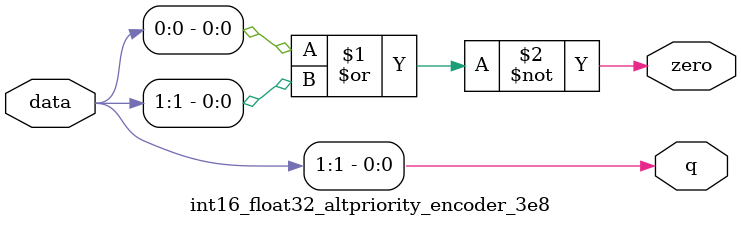
<source format=v>
module  int16_float32_altpriority_encoder_3e8
	( 
	data,
	q,
	zero) ;
	input   [1:0]  data;
	output   [0:0]  q;
	output   zero;
	assign
		q = {data[1]},
		zero = (~ (data[0] | data[1]));
endmodule
</source>
